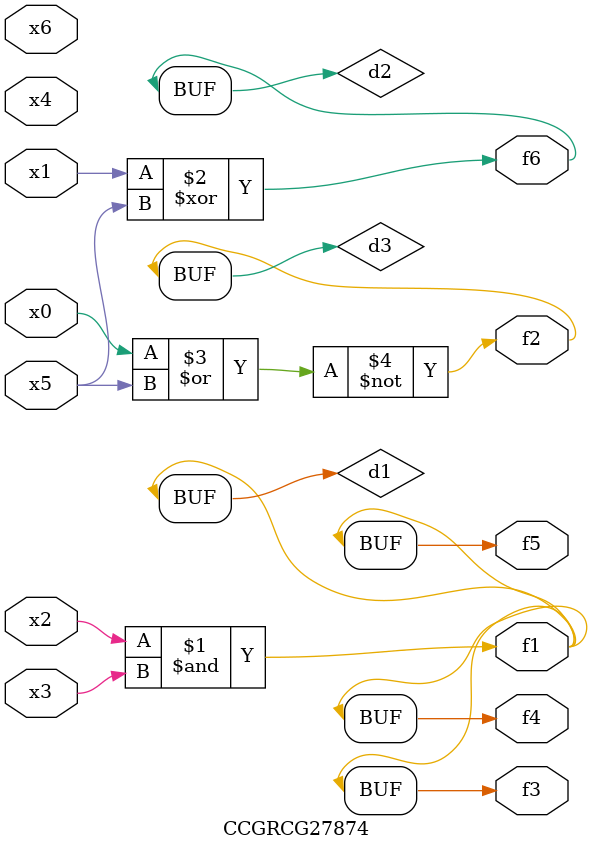
<source format=v>
module CCGRCG27874(
	input x0, x1, x2, x3, x4, x5, x6,
	output f1, f2, f3, f4, f5, f6
);

	wire d1, d2, d3;

	and (d1, x2, x3);
	xor (d2, x1, x5);
	nor (d3, x0, x5);
	assign f1 = d1;
	assign f2 = d3;
	assign f3 = d1;
	assign f4 = d1;
	assign f5 = d1;
	assign f6 = d2;
endmodule

</source>
